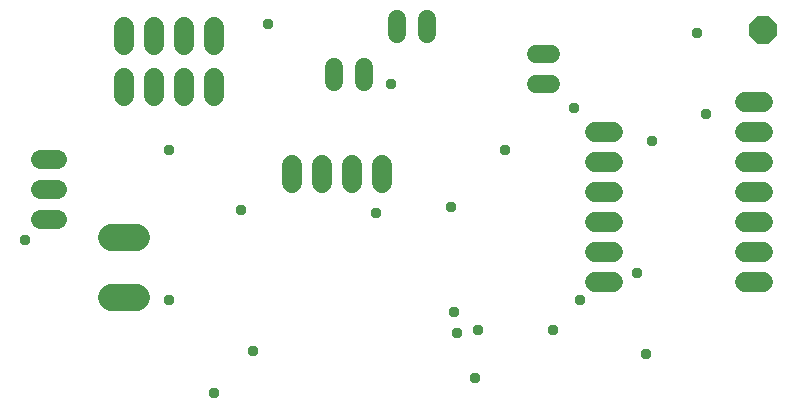
<source format=gbr>
G04 EAGLE Gerber RS-274X export*
G75*
%MOMM*%
%FSLAX34Y34*%
%LPD*%
%INSoldermask Bottom*%
%IPPOS*%
%AMOC8*
5,1,8,0,0,1.08239X$1,22.5*%
G01*
%ADD10P,2.556822X8X202.500000*%
%ADD11C,1.524000*%
%ADD12C,2.298700*%
%ADD13C,1.727200*%
%ADD14C,1.625600*%
%ADD15C,0.959600*%


D10*
X795020Y556260D03*
D11*
X616204Y535940D02*
X602996Y535940D01*
X602996Y510540D02*
X616204Y510540D01*
D12*
X264478Y330200D02*
X243523Y330200D01*
X243523Y381000D02*
X264478Y381000D01*
D13*
X652780Y342900D02*
X668020Y342900D01*
X668020Y368300D02*
X652780Y368300D01*
X652780Y393700D02*
X668020Y393700D01*
X668020Y419100D02*
X652780Y419100D01*
X652780Y444500D02*
X668020Y444500D01*
X668020Y469900D02*
X652780Y469900D01*
X779780Y495300D02*
X795020Y495300D01*
X795020Y469900D02*
X779780Y469900D01*
X779780Y444500D02*
X795020Y444500D01*
X795020Y419100D02*
X779780Y419100D01*
X779780Y393700D02*
X795020Y393700D01*
X795020Y368300D02*
X779780Y368300D01*
X779780Y342900D02*
X795020Y342900D01*
X330200Y500380D02*
X330200Y515620D01*
X304800Y515620D02*
X304800Y500380D01*
X279400Y500380D02*
X279400Y515620D01*
X254000Y515620D02*
X254000Y500380D01*
X330200Y543560D02*
X330200Y558800D01*
X304800Y558800D02*
X304800Y543560D01*
X279400Y543560D02*
X279400Y558800D01*
X254000Y558800D02*
X254000Y543560D01*
D11*
X485140Y552196D02*
X485140Y565404D01*
X510540Y565404D02*
X510540Y552196D01*
X431800Y524764D02*
X431800Y511556D01*
X457200Y511556D02*
X457200Y524764D01*
D13*
X396240Y441960D02*
X396240Y426720D01*
X421640Y426720D02*
X421640Y441960D01*
X447040Y441960D02*
X447040Y426720D01*
X472440Y426720D02*
X472440Y441960D01*
D14*
X197612Y396240D02*
X183388Y396240D01*
X183388Y421640D02*
X197612Y421640D01*
X197612Y447040D02*
X183388Y447040D01*
D15*
X576580Y454660D03*
X170180Y378460D03*
X292100Y327660D03*
X375920Y561340D03*
X635000Y490220D03*
X739140Y553720D03*
X353060Y403860D03*
X533400Y317500D03*
X330200Y248920D03*
X551180Y261620D03*
X535940Y299720D03*
X688340Y350520D03*
X701040Y462280D03*
X363220Y284480D03*
X480060Y510540D03*
X640080Y327660D03*
X530860Y406400D03*
X617220Y302260D03*
X746760Y485140D03*
X467360Y401320D03*
X292100Y454660D03*
X553720Y302260D03*
X695960Y281940D03*
M02*

</source>
